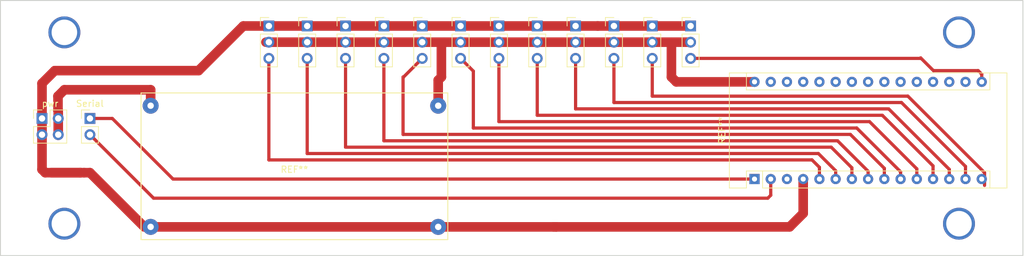
<source format=kicad_pcb>
(kicad_pcb (version 20171130) (host pcbnew 5.0.0)

  (general
    (thickness 1.6)
    (drawings 2)
    (tracks 103)
    (zones 0)
    (modules 16)
    (nets 1)
  )

  (page A4)
  (layers
    (0 F.Cu signal)
    (31 B.Cu signal)
    (32 B.Adhes user)
    (33 F.Adhes user)
    (34 B.Paste user)
    (35 F.Paste user)
    (36 B.SilkS user)
    (37 F.SilkS user)
    (38 B.Mask user)
    (39 F.Mask user)
    (40 Dwgs.User user)
    (41 Cmts.User user)
    (42 Eco1.User user)
    (43 Eco2.User user)
    (44 Edge.Cuts user)
    (45 Margin user)
    (46 B.CrtYd user)
    (47 F.CrtYd user)
    (48 B.Fab user)
    (49 F.Fab user)
  )

  (setup
    (last_trace_width 0.25)
    (user_trace_width 0.5)
    (user_trace_width 1.5)
    (trace_clearance 0.2)
    (zone_clearance 0.508)
    (zone_45_only no)
    (trace_min 0.2)
    (segment_width 0.2)
    (edge_width 0.15)
    (via_size 0.8)
    (via_drill 0.4)
    (via_min_size 0.4)
    (via_min_drill 0.3)
    (uvia_size 0.3)
    (uvia_drill 0.1)
    (uvias_allowed no)
    (uvia_min_size 0.2)
    (uvia_min_drill 0.1)
    (pcb_text_width 0.3)
    (pcb_text_size 1.5 1.5)
    (mod_edge_width 0.15)
    (mod_text_size 1 1)
    (mod_text_width 0.15)
    (pad_size 1.524 1.524)
    (pad_drill 0.762)
    (pad_to_mask_clearance 0.2)
    (aux_axis_origin 20 60)
    (visible_elements FFFFFF7F)
    (pcbplotparams
      (layerselection 0x01000_7fffffff)
      (usegerberextensions false)
      (usegerberattributes false)
      (usegerberadvancedattributes false)
      (creategerberjobfile false)
      (excludeedgelayer true)
      (linewidth 0.150000)
      (plotframeref false)
      (viasonmask false)
      (mode 1)
      (useauxorigin true)
      (hpglpennumber 1)
      (hpglpenspeed 20)
      (hpglpendiameter 15.000000)
      (psnegative false)
      (psa4output false)
      (plotreference true)
      (plotvalue true)
      (plotinvisibletext false)
      (padsonsilk false)
      (subtractmaskfromsilk false)
      (outputformat 1)
      (mirror false)
      (drillshape 0)
      (scaleselection 1)
      (outputdirectory ""))
  )

  (net 0 "")

  (net_class Default "This is the default net class."
    (clearance 0.2)
    (trace_width 0.25)
    (via_dia 0.8)
    (via_drill 0.4)
    (uvia_dia 0.3)
    (uvia_drill 0.1)
  )

  (module dcdc-buck (layer F.Cu) (tedit 5BBF0D43) (tstamp 5BBF0CDB)
    (at 66 46)
    (fp_text reference REF** (at 0 0.5) (layer F.SilkS)
      (effects (font (size 1 1) (thickness 0.15)))
    )
    (fp_text value dcdc-buck (at 0 -0.5) (layer F.Fab)
      (effects (font (size 1 1) (thickness 0.15)))
    )
    (fp_line (start -24 11.5) (end -24 -11.5) (layer F.SilkS) (width 0.15))
    (fp_line (start 24 11.5) (end -24 11.5) (layer F.SilkS) (width 0.15))
    (fp_line (start 24 -11.5) (end 24 11.5) (layer F.SilkS) (width 0.15))
    (fp_line (start -24 -11.5) (end 24 -11.5) (layer F.SilkS) (width 0.15))
    (pad 4 thru_hole circle (at 22.5 -9.5) (size 2.5 2.5) (drill 1) (layers *.Cu *.Mask))
    (pad 3 thru_hole circle (at 22.5 9.5) (size 2.5 2.5) (drill 1) (layers *.Cu *.Mask))
    (pad 2 thru_hole circle (at -22.5 9.5) (size 2.5 2.5) (drill 1) (layers *.Cu *.Mask))
    (pad 1 thru_hole circle (at -22.5 -9.5) (size 2.5 2.5) (drill 1) (layers *.Cu *.Mask))
  )

  (module Pin_Headers:Pin_Header_Straight_1x03_Pitch2.54mm (layer F.Cu) (tedit 5BBF048D) (tstamp 5BBF07A1)
    (at 128 24)
    (descr "Through hole straight pin header, 1x03, 2.54mm pitch, single row")
    (tags "Through hole pin header THT 1x03 2.54mm single row")
    (fp_text reference "" (at 0 -2.33) (layer F.SilkS)
      (effects (font (size 1 1) (thickness 0.15)))
    )
    (fp_text value "" (at 0 7.41) (layer F.Fab)
      (effects (font (size 1 1) (thickness 0.15)))
    )
    (fp_line (start -0.635 -1.27) (end 1.27 -1.27) (layer F.Fab) (width 0.1))
    (fp_line (start 1.27 -1.27) (end 1.27 6.35) (layer F.Fab) (width 0.1))
    (fp_line (start 1.27 6.35) (end -1.27 6.35) (layer F.Fab) (width 0.1))
    (fp_line (start -1.27 6.35) (end -1.27 -0.635) (layer F.Fab) (width 0.1))
    (fp_line (start -1.27 -0.635) (end -0.635 -1.27) (layer F.Fab) (width 0.1))
    (fp_line (start -1.33 6.41) (end 1.33 6.41) (layer F.SilkS) (width 0.12))
    (fp_line (start -1.33 1.27) (end -1.33 6.41) (layer F.SilkS) (width 0.12))
    (fp_line (start 1.33 1.27) (end 1.33 6.41) (layer F.SilkS) (width 0.12))
    (fp_line (start -1.33 1.27) (end 1.33 1.27) (layer F.SilkS) (width 0.12))
    (fp_line (start -1.33 0) (end -1.33 -1.33) (layer F.SilkS) (width 0.12))
    (fp_line (start -1.33 -1.33) (end 0 -1.33) (layer F.SilkS) (width 0.12))
    (fp_line (start -1.8 -1.8) (end -1.8 6.85) (layer F.CrtYd) (width 0.05))
    (fp_line (start -1.8 6.85) (end 1.8 6.85) (layer F.CrtYd) (width 0.05))
    (fp_line (start 1.8 6.85) (end 1.8 -1.8) (layer F.CrtYd) (width 0.05))
    (fp_line (start 1.8 -1.8) (end -1.8 -1.8) (layer F.CrtYd) (width 0.05))
    (fp_text user %R (at 0 2.54 90) (layer F.Fab)
      (effects (font (size 1 1) (thickness 0.15)))
    )
    (pad 1 thru_hole rect (at 0 0) (size 1.7 1.7) (drill 1) (layers *.Cu *.Mask))
    (pad 2 thru_hole oval (at 0 2.54) (size 1.7 1.7) (drill 1) (layers *.Cu *.Mask))
    (pad 3 thru_hole oval (at 0 5.08) (size 1.7 1.7) (drill 1) (layers *.Cu *.Mask))
    (model ${KISYS3DMOD}/Pin_Headers.3dshapes/Pin_Header_Straight_1x03_Pitch2.54mm.wrl
      (at (xyz 0 0 0))
      (scale (xyz 1 1 1))
      (rotate (xyz 0 0 0))
    )
  )

  (module Pin_Headers:Pin_Header_Straight_1x03_Pitch2.54mm (layer F.Cu) (tedit 5BBF048D) (tstamp 5BBF0775)
    (at 122 24)
    (descr "Through hole straight pin header, 1x03, 2.54mm pitch, single row")
    (tags "Through hole pin header THT 1x03 2.54mm single row")
    (fp_text reference "" (at 0 -2.33) (layer F.SilkS)
      (effects (font (size 1 1) (thickness 0.15)))
    )
    (fp_text value "" (at 0 7.41) (layer F.Fab)
      (effects (font (size 1 1) (thickness 0.15)))
    )
    (fp_text user %R (at 0 2.54 90) (layer F.Fab)
      (effects (font (size 1 1) (thickness 0.15)))
    )
    (fp_line (start 1.8 -1.8) (end -1.8 -1.8) (layer F.CrtYd) (width 0.05))
    (fp_line (start 1.8 6.85) (end 1.8 -1.8) (layer F.CrtYd) (width 0.05))
    (fp_line (start -1.8 6.85) (end 1.8 6.85) (layer F.CrtYd) (width 0.05))
    (fp_line (start -1.8 -1.8) (end -1.8 6.85) (layer F.CrtYd) (width 0.05))
    (fp_line (start -1.33 -1.33) (end 0 -1.33) (layer F.SilkS) (width 0.12))
    (fp_line (start -1.33 0) (end -1.33 -1.33) (layer F.SilkS) (width 0.12))
    (fp_line (start -1.33 1.27) (end 1.33 1.27) (layer F.SilkS) (width 0.12))
    (fp_line (start 1.33 1.27) (end 1.33 6.41) (layer F.SilkS) (width 0.12))
    (fp_line (start -1.33 1.27) (end -1.33 6.41) (layer F.SilkS) (width 0.12))
    (fp_line (start -1.33 6.41) (end 1.33 6.41) (layer F.SilkS) (width 0.12))
    (fp_line (start -1.27 -0.635) (end -0.635 -1.27) (layer F.Fab) (width 0.1))
    (fp_line (start -1.27 6.35) (end -1.27 -0.635) (layer F.Fab) (width 0.1))
    (fp_line (start 1.27 6.35) (end -1.27 6.35) (layer F.Fab) (width 0.1))
    (fp_line (start 1.27 -1.27) (end 1.27 6.35) (layer F.Fab) (width 0.1))
    (fp_line (start -0.635 -1.27) (end 1.27 -1.27) (layer F.Fab) (width 0.1))
    (pad 3 thru_hole oval (at 0 5.08) (size 1.7 1.7) (drill 1) (layers *.Cu *.Mask))
    (pad 2 thru_hole oval (at 0 2.54) (size 1.7 1.7) (drill 1) (layers *.Cu *.Mask))
    (pad 1 thru_hole rect (at 0 0) (size 1.7 1.7) (drill 1) (layers *.Cu *.Mask))
    (model ${KISYS3DMOD}/Pin_Headers.3dshapes/Pin_Header_Straight_1x03_Pitch2.54mm.wrl
      (at (xyz 0 0 0))
      (scale (xyz 1 1 1))
      (rotate (xyz 0 0 0))
    )
  )

  (module Pin_Headers:Pin_Header_Straight_1x03_Pitch2.54mm (layer F.Cu) (tedit 5BBF048D) (tstamp 5BBF0749)
    (at 116 24)
    (descr "Through hole straight pin header, 1x03, 2.54mm pitch, single row")
    (tags "Through hole pin header THT 1x03 2.54mm single row")
    (fp_text reference "" (at 0 -2.33) (layer F.SilkS)
      (effects (font (size 1 1) (thickness 0.15)))
    )
    (fp_text value "" (at 0 7.41) (layer F.Fab)
      (effects (font (size 1 1) (thickness 0.15)))
    )
    (fp_line (start -0.635 -1.27) (end 1.27 -1.27) (layer F.Fab) (width 0.1))
    (fp_line (start 1.27 -1.27) (end 1.27 6.35) (layer F.Fab) (width 0.1))
    (fp_line (start 1.27 6.35) (end -1.27 6.35) (layer F.Fab) (width 0.1))
    (fp_line (start -1.27 6.35) (end -1.27 -0.635) (layer F.Fab) (width 0.1))
    (fp_line (start -1.27 -0.635) (end -0.635 -1.27) (layer F.Fab) (width 0.1))
    (fp_line (start -1.33 6.41) (end 1.33 6.41) (layer F.SilkS) (width 0.12))
    (fp_line (start -1.33 1.27) (end -1.33 6.41) (layer F.SilkS) (width 0.12))
    (fp_line (start 1.33 1.27) (end 1.33 6.41) (layer F.SilkS) (width 0.12))
    (fp_line (start -1.33 1.27) (end 1.33 1.27) (layer F.SilkS) (width 0.12))
    (fp_line (start -1.33 0) (end -1.33 -1.33) (layer F.SilkS) (width 0.12))
    (fp_line (start -1.33 -1.33) (end 0 -1.33) (layer F.SilkS) (width 0.12))
    (fp_line (start -1.8 -1.8) (end -1.8 6.85) (layer F.CrtYd) (width 0.05))
    (fp_line (start -1.8 6.85) (end 1.8 6.85) (layer F.CrtYd) (width 0.05))
    (fp_line (start 1.8 6.85) (end 1.8 -1.8) (layer F.CrtYd) (width 0.05))
    (fp_line (start 1.8 -1.8) (end -1.8 -1.8) (layer F.CrtYd) (width 0.05))
    (fp_text user %R (at 0 2.54 90) (layer F.Fab)
      (effects (font (size 1 1) (thickness 0.15)))
    )
    (pad 1 thru_hole rect (at 0 0) (size 1.7 1.7) (drill 1) (layers *.Cu *.Mask))
    (pad 2 thru_hole oval (at 0 2.54) (size 1.7 1.7) (drill 1) (layers *.Cu *.Mask))
    (pad 3 thru_hole oval (at 0 5.08) (size 1.7 1.7) (drill 1) (layers *.Cu *.Mask))
    (model ${KISYS3DMOD}/Pin_Headers.3dshapes/Pin_Header_Straight_1x03_Pitch2.54mm.wrl
      (at (xyz 0 0 0))
      (scale (xyz 1 1 1))
      (rotate (xyz 0 0 0))
    )
  )

  (module Pin_Headers:Pin_Header_Straight_1x03_Pitch2.54mm (layer F.Cu) (tedit 5BBF048D) (tstamp 5BBF06DA)
    (at 110 24)
    (descr "Through hole straight pin header, 1x03, 2.54mm pitch, single row")
    (tags "Through hole pin header THT 1x03 2.54mm single row")
    (fp_text reference "" (at 0 -2.33) (layer F.SilkS)
      (effects (font (size 1 1) (thickness 0.15)))
    )
    (fp_text value "" (at 0 7.41) (layer F.Fab)
      (effects (font (size 1 1) (thickness 0.15)))
    )
    (fp_text user %R (at 0 2.54 90) (layer F.Fab)
      (effects (font (size 1 1) (thickness 0.15)))
    )
    (fp_line (start 1.8 -1.8) (end -1.8 -1.8) (layer F.CrtYd) (width 0.05))
    (fp_line (start 1.8 6.85) (end 1.8 -1.8) (layer F.CrtYd) (width 0.05))
    (fp_line (start -1.8 6.85) (end 1.8 6.85) (layer F.CrtYd) (width 0.05))
    (fp_line (start -1.8 -1.8) (end -1.8 6.85) (layer F.CrtYd) (width 0.05))
    (fp_line (start -1.33 -1.33) (end 0 -1.33) (layer F.SilkS) (width 0.12))
    (fp_line (start -1.33 0) (end -1.33 -1.33) (layer F.SilkS) (width 0.12))
    (fp_line (start -1.33 1.27) (end 1.33 1.27) (layer F.SilkS) (width 0.12))
    (fp_line (start 1.33 1.27) (end 1.33 6.41) (layer F.SilkS) (width 0.12))
    (fp_line (start -1.33 1.27) (end -1.33 6.41) (layer F.SilkS) (width 0.12))
    (fp_line (start -1.33 6.41) (end 1.33 6.41) (layer F.SilkS) (width 0.12))
    (fp_line (start -1.27 -0.635) (end -0.635 -1.27) (layer F.Fab) (width 0.1))
    (fp_line (start -1.27 6.35) (end -1.27 -0.635) (layer F.Fab) (width 0.1))
    (fp_line (start 1.27 6.35) (end -1.27 6.35) (layer F.Fab) (width 0.1))
    (fp_line (start 1.27 -1.27) (end 1.27 6.35) (layer F.Fab) (width 0.1))
    (fp_line (start -0.635 -1.27) (end 1.27 -1.27) (layer F.Fab) (width 0.1))
    (pad 3 thru_hole oval (at 0 5.08) (size 1.7 1.7) (drill 1) (layers *.Cu *.Mask))
    (pad 2 thru_hole oval (at 0 2.54) (size 1.7 1.7) (drill 1) (layers *.Cu *.Mask))
    (pad 1 thru_hole rect (at 0 0) (size 1.7 1.7) (drill 1) (layers *.Cu *.Mask))
    (model ${KISYS3DMOD}/Pin_Headers.3dshapes/Pin_Header_Straight_1x03_Pitch2.54mm.wrl
      (at (xyz 0 0 0))
      (scale (xyz 1 1 1))
      (rotate (xyz 0 0 0))
    )
  )

  (module Pin_Headers:Pin_Header_Straight_1x03_Pitch2.54mm (layer F.Cu) (tedit 5BBF048D) (tstamp 5BBF06AE)
    (at 104 24)
    (descr "Through hole straight pin header, 1x03, 2.54mm pitch, single row")
    (tags "Through hole pin header THT 1x03 2.54mm single row")
    (fp_text reference "" (at 0 -2.33) (layer F.SilkS)
      (effects (font (size 1 1) (thickness 0.15)))
    )
    (fp_text value "" (at 0 7.41) (layer F.Fab)
      (effects (font (size 1 1) (thickness 0.15)))
    )
    (fp_line (start -0.635 -1.27) (end 1.27 -1.27) (layer F.Fab) (width 0.1))
    (fp_line (start 1.27 -1.27) (end 1.27 6.35) (layer F.Fab) (width 0.1))
    (fp_line (start 1.27 6.35) (end -1.27 6.35) (layer F.Fab) (width 0.1))
    (fp_line (start -1.27 6.35) (end -1.27 -0.635) (layer F.Fab) (width 0.1))
    (fp_line (start -1.27 -0.635) (end -0.635 -1.27) (layer F.Fab) (width 0.1))
    (fp_line (start -1.33 6.41) (end 1.33 6.41) (layer F.SilkS) (width 0.12))
    (fp_line (start -1.33 1.27) (end -1.33 6.41) (layer F.SilkS) (width 0.12))
    (fp_line (start 1.33 1.27) (end 1.33 6.41) (layer F.SilkS) (width 0.12))
    (fp_line (start -1.33 1.27) (end 1.33 1.27) (layer F.SilkS) (width 0.12))
    (fp_line (start -1.33 0) (end -1.33 -1.33) (layer F.SilkS) (width 0.12))
    (fp_line (start -1.33 -1.33) (end 0 -1.33) (layer F.SilkS) (width 0.12))
    (fp_line (start -1.8 -1.8) (end -1.8 6.85) (layer F.CrtYd) (width 0.05))
    (fp_line (start -1.8 6.85) (end 1.8 6.85) (layer F.CrtYd) (width 0.05))
    (fp_line (start 1.8 6.85) (end 1.8 -1.8) (layer F.CrtYd) (width 0.05))
    (fp_line (start 1.8 -1.8) (end -1.8 -1.8) (layer F.CrtYd) (width 0.05))
    (fp_text user %R (at 0 2.54 90) (layer F.Fab)
      (effects (font (size 1 1) (thickness 0.15)))
    )
    (pad 1 thru_hole rect (at 0 0) (size 1.7 1.7) (drill 1) (layers *.Cu *.Mask))
    (pad 2 thru_hole oval (at 0 2.54) (size 1.7 1.7) (drill 1) (layers *.Cu *.Mask))
    (pad 3 thru_hole oval (at 0 5.08) (size 1.7 1.7) (drill 1) (layers *.Cu *.Mask))
    (model ${KISYS3DMOD}/Pin_Headers.3dshapes/Pin_Header_Straight_1x03_Pitch2.54mm.wrl
      (at (xyz 0 0 0))
      (scale (xyz 1 1 1))
      (rotate (xyz 0 0 0))
    )
  )

  (module Pin_Headers:Pin_Header_Straight_1x03_Pitch2.54mm (layer F.Cu) (tedit 5BBF048D) (tstamp 5BBF0682)
    (at 98 24)
    (descr "Through hole straight pin header, 1x03, 2.54mm pitch, single row")
    (tags "Through hole pin header THT 1x03 2.54mm single row")
    (fp_text reference "" (at 0 -2.33) (layer F.SilkS)
      (effects (font (size 1 1) (thickness 0.15)))
    )
    (fp_text value "" (at 0 7.41) (layer F.Fab)
      (effects (font (size 1 1) (thickness 0.15)))
    )
    (fp_text user %R (at 0 2.54 90) (layer F.Fab)
      (effects (font (size 1 1) (thickness 0.15)))
    )
    (fp_line (start 1.8 -1.8) (end -1.8 -1.8) (layer F.CrtYd) (width 0.05))
    (fp_line (start 1.8 6.85) (end 1.8 -1.8) (layer F.CrtYd) (width 0.05))
    (fp_line (start -1.8 6.85) (end 1.8 6.85) (layer F.CrtYd) (width 0.05))
    (fp_line (start -1.8 -1.8) (end -1.8 6.85) (layer F.CrtYd) (width 0.05))
    (fp_line (start -1.33 -1.33) (end 0 -1.33) (layer F.SilkS) (width 0.12))
    (fp_line (start -1.33 0) (end -1.33 -1.33) (layer F.SilkS) (width 0.12))
    (fp_line (start -1.33 1.27) (end 1.33 1.27) (layer F.SilkS) (width 0.12))
    (fp_line (start 1.33 1.27) (end 1.33 6.41) (layer F.SilkS) (width 0.12))
    (fp_line (start -1.33 1.27) (end -1.33 6.41) (layer F.SilkS) (width 0.12))
    (fp_line (start -1.33 6.41) (end 1.33 6.41) (layer F.SilkS) (width 0.12))
    (fp_line (start -1.27 -0.635) (end -0.635 -1.27) (layer F.Fab) (width 0.1))
    (fp_line (start -1.27 6.35) (end -1.27 -0.635) (layer F.Fab) (width 0.1))
    (fp_line (start 1.27 6.35) (end -1.27 6.35) (layer F.Fab) (width 0.1))
    (fp_line (start 1.27 -1.27) (end 1.27 6.35) (layer F.Fab) (width 0.1))
    (fp_line (start -0.635 -1.27) (end 1.27 -1.27) (layer F.Fab) (width 0.1))
    (pad 3 thru_hole oval (at 0 5.08) (size 1.7 1.7) (drill 1) (layers *.Cu *.Mask))
    (pad 2 thru_hole oval (at 0 2.54) (size 1.7 1.7) (drill 1) (layers *.Cu *.Mask))
    (pad 1 thru_hole rect (at 0 0) (size 1.7 1.7) (drill 1) (layers *.Cu *.Mask))
    (model ${KISYS3DMOD}/Pin_Headers.3dshapes/Pin_Header_Straight_1x03_Pitch2.54mm.wrl
      (at (xyz 0 0 0))
      (scale (xyz 1 1 1))
      (rotate (xyz 0 0 0))
    )
  )

  (module Pin_Headers:Pin_Header_Straight_1x03_Pitch2.54mm (layer F.Cu) (tedit 5BBF048D) (tstamp 5BBF0656)
    (at 92 24)
    (descr "Through hole straight pin header, 1x03, 2.54mm pitch, single row")
    (tags "Through hole pin header THT 1x03 2.54mm single row")
    (fp_text reference "" (at 0 -2.33) (layer F.SilkS)
      (effects (font (size 1 1) (thickness 0.15)))
    )
    (fp_text value "" (at 0 7.41) (layer F.Fab)
      (effects (font (size 1 1) (thickness 0.15)))
    )
    (fp_line (start -0.635 -1.27) (end 1.27 -1.27) (layer F.Fab) (width 0.1))
    (fp_line (start 1.27 -1.27) (end 1.27 6.35) (layer F.Fab) (width 0.1))
    (fp_line (start 1.27 6.35) (end -1.27 6.35) (layer F.Fab) (width 0.1))
    (fp_line (start -1.27 6.35) (end -1.27 -0.635) (layer F.Fab) (width 0.1))
    (fp_line (start -1.27 -0.635) (end -0.635 -1.27) (layer F.Fab) (width 0.1))
    (fp_line (start -1.33 6.41) (end 1.33 6.41) (layer F.SilkS) (width 0.12))
    (fp_line (start -1.33 1.27) (end -1.33 6.41) (layer F.SilkS) (width 0.12))
    (fp_line (start 1.33 1.27) (end 1.33 6.41) (layer F.SilkS) (width 0.12))
    (fp_line (start -1.33 1.27) (end 1.33 1.27) (layer F.SilkS) (width 0.12))
    (fp_line (start -1.33 0) (end -1.33 -1.33) (layer F.SilkS) (width 0.12))
    (fp_line (start -1.33 -1.33) (end 0 -1.33) (layer F.SilkS) (width 0.12))
    (fp_line (start -1.8 -1.8) (end -1.8 6.85) (layer F.CrtYd) (width 0.05))
    (fp_line (start -1.8 6.85) (end 1.8 6.85) (layer F.CrtYd) (width 0.05))
    (fp_line (start 1.8 6.85) (end 1.8 -1.8) (layer F.CrtYd) (width 0.05))
    (fp_line (start 1.8 -1.8) (end -1.8 -1.8) (layer F.CrtYd) (width 0.05))
    (fp_text user %R (at 0 2.54 90) (layer F.Fab)
      (effects (font (size 1 1) (thickness 0.15)))
    )
    (pad 1 thru_hole rect (at 0 0) (size 1.7 1.7) (drill 1) (layers *.Cu *.Mask))
    (pad 2 thru_hole oval (at 0 2.54) (size 1.7 1.7) (drill 1) (layers *.Cu *.Mask))
    (pad 3 thru_hole oval (at 0 5.08) (size 1.7 1.7) (drill 1) (layers *.Cu *.Mask))
    (model ${KISYS3DMOD}/Pin_Headers.3dshapes/Pin_Header_Straight_1x03_Pitch2.54mm.wrl
      (at (xyz 0 0 0))
      (scale (xyz 1 1 1))
      (rotate (xyz 0 0 0))
    )
  )

  (module Pin_Headers:Pin_Header_Straight_1x03_Pitch2.54mm (layer F.Cu) (tedit 5BBF048D) (tstamp 5BBF062A)
    (at 86 24)
    (descr "Through hole straight pin header, 1x03, 2.54mm pitch, single row")
    (tags "Through hole pin header THT 1x03 2.54mm single row")
    (fp_text reference "" (at 0 -2.33) (layer F.SilkS)
      (effects (font (size 1 1) (thickness 0.15)))
    )
    (fp_text value "" (at 0 7.41) (layer F.Fab)
      (effects (font (size 1 1) (thickness 0.15)))
    )
    (fp_text user %R (at 0 2.54 90) (layer F.Fab)
      (effects (font (size 1 1) (thickness 0.15)))
    )
    (fp_line (start 1.8 -1.8) (end -1.8 -1.8) (layer F.CrtYd) (width 0.05))
    (fp_line (start 1.8 6.85) (end 1.8 -1.8) (layer F.CrtYd) (width 0.05))
    (fp_line (start -1.8 6.85) (end 1.8 6.85) (layer F.CrtYd) (width 0.05))
    (fp_line (start -1.8 -1.8) (end -1.8 6.85) (layer F.CrtYd) (width 0.05))
    (fp_line (start -1.33 -1.33) (end 0 -1.33) (layer F.SilkS) (width 0.12))
    (fp_line (start -1.33 0) (end -1.33 -1.33) (layer F.SilkS) (width 0.12))
    (fp_line (start -1.33 1.27) (end 1.33 1.27) (layer F.SilkS) (width 0.12))
    (fp_line (start 1.33 1.27) (end 1.33 6.41) (layer F.SilkS) (width 0.12))
    (fp_line (start -1.33 1.27) (end -1.33 6.41) (layer F.SilkS) (width 0.12))
    (fp_line (start -1.33 6.41) (end 1.33 6.41) (layer F.SilkS) (width 0.12))
    (fp_line (start -1.27 -0.635) (end -0.635 -1.27) (layer F.Fab) (width 0.1))
    (fp_line (start -1.27 6.35) (end -1.27 -0.635) (layer F.Fab) (width 0.1))
    (fp_line (start 1.27 6.35) (end -1.27 6.35) (layer F.Fab) (width 0.1))
    (fp_line (start 1.27 -1.27) (end 1.27 6.35) (layer F.Fab) (width 0.1))
    (fp_line (start -0.635 -1.27) (end 1.27 -1.27) (layer F.Fab) (width 0.1))
    (pad 3 thru_hole oval (at 0 5.08) (size 1.7 1.7) (drill 1) (layers *.Cu *.Mask))
    (pad 2 thru_hole oval (at 0 2.54) (size 1.7 1.7) (drill 1) (layers *.Cu *.Mask))
    (pad 1 thru_hole rect (at 0 0) (size 1.7 1.7) (drill 1) (layers *.Cu *.Mask))
    (model ${KISYS3DMOD}/Pin_Headers.3dshapes/Pin_Header_Straight_1x03_Pitch2.54mm.wrl
      (at (xyz 0 0 0))
      (scale (xyz 1 1 1))
      (rotate (xyz 0 0 0))
    )
  )

  (module Pin_Headers:Pin_Header_Straight_1x03_Pitch2.54mm (layer F.Cu) (tedit 5BBF048D) (tstamp 5BBF05FE)
    (at 80 24)
    (descr "Through hole straight pin header, 1x03, 2.54mm pitch, single row")
    (tags "Through hole pin header THT 1x03 2.54mm single row")
    (fp_text reference "" (at 0 -2.33) (layer F.SilkS)
      (effects (font (size 1 1) (thickness 0.15)))
    )
    (fp_text value "" (at 0 7.41) (layer F.Fab)
      (effects (font (size 1 1) (thickness 0.15)))
    )
    (fp_line (start -0.635 -1.27) (end 1.27 -1.27) (layer F.Fab) (width 0.1))
    (fp_line (start 1.27 -1.27) (end 1.27 6.35) (layer F.Fab) (width 0.1))
    (fp_line (start 1.27 6.35) (end -1.27 6.35) (layer F.Fab) (width 0.1))
    (fp_line (start -1.27 6.35) (end -1.27 -0.635) (layer F.Fab) (width 0.1))
    (fp_line (start -1.27 -0.635) (end -0.635 -1.27) (layer F.Fab) (width 0.1))
    (fp_line (start -1.33 6.41) (end 1.33 6.41) (layer F.SilkS) (width 0.12))
    (fp_line (start -1.33 1.27) (end -1.33 6.41) (layer F.SilkS) (width 0.12))
    (fp_line (start 1.33 1.27) (end 1.33 6.41) (layer F.SilkS) (width 0.12))
    (fp_line (start -1.33 1.27) (end 1.33 1.27) (layer F.SilkS) (width 0.12))
    (fp_line (start -1.33 0) (end -1.33 -1.33) (layer F.SilkS) (width 0.12))
    (fp_line (start -1.33 -1.33) (end 0 -1.33) (layer F.SilkS) (width 0.12))
    (fp_line (start -1.8 -1.8) (end -1.8 6.85) (layer F.CrtYd) (width 0.05))
    (fp_line (start -1.8 6.85) (end 1.8 6.85) (layer F.CrtYd) (width 0.05))
    (fp_line (start 1.8 6.85) (end 1.8 -1.8) (layer F.CrtYd) (width 0.05))
    (fp_line (start 1.8 -1.8) (end -1.8 -1.8) (layer F.CrtYd) (width 0.05))
    (fp_text user %R (at 0 2.54 90) (layer F.Fab)
      (effects (font (size 1 1) (thickness 0.15)))
    )
    (pad 1 thru_hole rect (at 0 0) (size 1.7 1.7) (drill 1) (layers *.Cu *.Mask))
    (pad 2 thru_hole oval (at 0 2.54) (size 1.7 1.7) (drill 1) (layers *.Cu *.Mask))
    (pad 3 thru_hole oval (at 0 5.08) (size 1.7 1.7) (drill 1) (layers *.Cu *.Mask))
    (model ${KISYS3DMOD}/Pin_Headers.3dshapes/Pin_Header_Straight_1x03_Pitch2.54mm.wrl
      (at (xyz 0 0 0))
      (scale (xyz 1 1 1))
      (rotate (xyz 0 0 0))
    )
  )

  (module Pin_Headers:Pin_Header_Straight_1x03_Pitch2.54mm (layer F.Cu) (tedit 5BBF048D) (tstamp 5BBF05D2)
    (at 74 24)
    (descr "Through hole straight pin header, 1x03, 2.54mm pitch, single row")
    (tags "Through hole pin header THT 1x03 2.54mm single row")
    (fp_text reference "" (at 0 -2.33) (layer F.SilkS)
      (effects (font (size 1 1) (thickness 0.15)))
    )
    (fp_text value "" (at 0 7.41) (layer F.Fab)
      (effects (font (size 1 1) (thickness 0.15)))
    )
    (fp_text user %R (at 0 2.54 90) (layer F.Fab)
      (effects (font (size 1 1) (thickness 0.15)))
    )
    (fp_line (start 1.8 -1.8) (end -1.8 -1.8) (layer F.CrtYd) (width 0.05))
    (fp_line (start 1.8 6.85) (end 1.8 -1.8) (layer F.CrtYd) (width 0.05))
    (fp_line (start -1.8 6.85) (end 1.8 6.85) (layer F.CrtYd) (width 0.05))
    (fp_line (start -1.8 -1.8) (end -1.8 6.85) (layer F.CrtYd) (width 0.05))
    (fp_line (start -1.33 -1.33) (end 0 -1.33) (layer F.SilkS) (width 0.12))
    (fp_line (start -1.33 0) (end -1.33 -1.33) (layer F.SilkS) (width 0.12))
    (fp_line (start -1.33 1.27) (end 1.33 1.27) (layer F.SilkS) (width 0.12))
    (fp_line (start 1.33 1.27) (end 1.33 6.41) (layer F.SilkS) (width 0.12))
    (fp_line (start -1.33 1.27) (end -1.33 6.41) (layer F.SilkS) (width 0.12))
    (fp_line (start -1.33 6.41) (end 1.33 6.41) (layer F.SilkS) (width 0.12))
    (fp_line (start -1.27 -0.635) (end -0.635 -1.27) (layer F.Fab) (width 0.1))
    (fp_line (start -1.27 6.35) (end -1.27 -0.635) (layer F.Fab) (width 0.1))
    (fp_line (start 1.27 6.35) (end -1.27 6.35) (layer F.Fab) (width 0.1))
    (fp_line (start 1.27 -1.27) (end 1.27 6.35) (layer F.Fab) (width 0.1))
    (fp_line (start -0.635 -1.27) (end 1.27 -1.27) (layer F.Fab) (width 0.1))
    (pad 3 thru_hole oval (at 0 5.08) (size 1.7 1.7) (drill 1) (layers *.Cu *.Mask))
    (pad 2 thru_hole oval (at 0 2.54) (size 1.7 1.7) (drill 1) (layers *.Cu *.Mask))
    (pad 1 thru_hole rect (at 0 0) (size 1.7 1.7) (drill 1) (layers *.Cu *.Mask))
    (model ${KISYS3DMOD}/Pin_Headers.3dshapes/Pin_Header_Straight_1x03_Pitch2.54mm.wrl
      (at (xyz 0 0 0))
      (scale (xyz 1 1 1))
      (rotate (xyz 0 0 0))
    )
  )

  (module Pin_Headers:Pin_Header_Straight_1x03_Pitch2.54mm (layer F.Cu) (tedit 5BBF048D) (tstamp 5BBF05A6)
    (at 68 24)
    (descr "Through hole straight pin header, 1x03, 2.54mm pitch, single row")
    (tags "Through hole pin header THT 1x03 2.54mm single row")
    (fp_text reference "" (at 0 -2.33) (layer F.SilkS)
      (effects (font (size 1 1) (thickness 0.15)))
    )
    (fp_text value "" (at 0 7.41) (layer F.Fab)
      (effects (font (size 1 1) (thickness 0.15)))
    )
    (fp_line (start -0.635 -1.27) (end 1.27 -1.27) (layer F.Fab) (width 0.1))
    (fp_line (start 1.27 -1.27) (end 1.27 6.35) (layer F.Fab) (width 0.1))
    (fp_line (start 1.27 6.35) (end -1.27 6.35) (layer F.Fab) (width 0.1))
    (fp_line (start -1.27 6.35) (end -1.27 -0.635) (layer F.Fab) (width 0.1))
    (fp_line (start -1.27 -0.635) (end -0.635 -1.27) (layer F.Fab) (width 0.1))
    (fp_line (start -1.33 6.41) (end 1.33 6.41) (layer F.SilkS) (width 0.12))
    (fp_line (start -1.33 1.27) (end -1.33 6.41) (layer F.SilkS) (width 0.12))
    (fp_line (start 1.33 1.27) (end 1.33 6.41) (layer F.SilkS) (width 0.12))
    (fp_line (start -1.33 1.27) (end 1.33 1.27) (layer F.SilkS) (width 0.12))
    (fp_line (start -1.33 0) (end -1.33 -1.33) (layer F.SilkS) (width 0.12))
    (fp_line (start -1.33 -1.33) (end 0 -1.33) (layer F.SilkS) (width 0.12))
    (fp_line (start -1.8 -1.8) (end -1.8 6.85) (layer F.CrtYd) (width 0.05))
    (fp_line (start -1.8 6.85) (end 1.8 6.85) (layer F.CrtYd) (width 0.05))
    (fp_line (start 1.8 6.85) (end 1.8 -1.8) (layer F.CrtYd) (width 0.05))
    (fp_line (start 1.8 -1.8) (end -1.8 -1.8) (layer F.CrtYd) (width 0.05))
    (fp_text user %R (at 0 2.54 90) (layer F.Fab)
      (effects (font (size 1 1) (thickness 0.15)))
    )
    (pad 1 thru_hole rect (at 0 0) (size 1.7 1.7) (drill 1) (layers *.Cu *.Mask))
    (pad 2 thru_hole oval (at 0 2.54) (size 1.7 1.7) (drill 1) (layers *.Cu *.Mask))
    (pad 3 thru_hole oval (at 0 5.08) (size 1.7 1.7) (drill 1) (layers *.Cu *.Mask))
    (model ${KISYS3DMOD}/Pin_Headers.3dshapes/Pin_Header_Straight_1x03_Pitch2.54mm.wrl
      (at (xyz 0 0 0))
      (scale (xyz 1 1 1))
      (rotate (xyz 0 0 0))
    )
  )

  (module Modules:Arduino_Nano (layer F.Cu) (tedit 58ACAF70) (tstamp 5BBF0419)
    (at 138 48 90)
    (descr "Arduino Nano, http://www.mouser.com/pdfdocs/Gravitech_Arduino_Nano3_0.pdf")
    (tags "Arduino Nano")
    (fp_text reference REF** (at 7.62 -5.08 90) (layer F.SilkS)
      (effects (font (size 1 1) (thickness 0.15)))
    )
    (fp_text value Arduino_Nano (at 8.89 19.05 180) (layer F.Fab)
      (effects (font (size 1 1) (thickness 0.15)))
    )
    (fp_line (start 16.75 42.16) (end -1.53 42.16) (layer F.CrtYd) (width 0.05))
    (fp_line (start 16.75 42.16) (end 16.75 -4.06) (layer F.CrtYd) (width 0.05))
    (fp_line (start -1.53 -4.06) (end -1.53 42.16) (layer F.CrtYd) (width 0.05))
    (fp_line (start -1.53 -4.06) (end 16.75 -4.06) (layer F.CrtYd) (width 0.05))
    (fp_line (start 16.51 -3.81) (end 16.51 39.37) (layer F.Fab) (width 0.1))
    (fp_line (start 0 -3.81) (end 16.51 -3.81) (layer F.Fab) (width 0.1))
    (fp_line (start -1.27 -2.54) (end 0 -3.81) (layer F.Fab) (width 0.1))
    (fp_line (start -1.27 39.37) (end -1.27 -2.54) (layer F.Fab) (width 0.1))
    (fp_line (start 16.51 39.37) (end -1.27 39.37) (layer F.Fab) (width 0.1))
    (fp_line (start 16.64 -3.94) (end -1.4 -3.94) (layer F.SilkS) (width 0.12))
    (fp_line (start 16.64 39.5) (end 16.64 -3.94) (layer F.SilkS) (width 0.12))
    (fp_line (start -1.4 39.5) (end 16.64 39.5) (layer F.SilkS) (width 0.12))
    (fp_line (start 3.81 41.91) (end 3.81 31.75) (layer F.Fab) (width 0.1))
    (fp_line (start 11.43 41.91) (end 3.81 41.91) (layer F.Fab) (width 0.1))
    (fp_line (start 11.43 31.75) (end 11.43 41.91) (layer F.Fab) (width 0.1))
    (fp_line (start 3.81 31.75) (end 11.43 31.75) (layer F.Fab) (width 0.1))
    (fp_line (start 1.27 36.83) (end -1.4 36.83) (layer F.SilkS) (width 0.12))
    (fp_line (start 1.27 1.27) (end 1.27 36.83) (layer F.SilkS) (width 0.12))
    (fp_line (start 1.27 1.27) (end -1.4 1.27) (layer F.SilkS) (width 0.12))
    (fp_line (start 13.97 36.83) (end 16.64 36.83) (layer F.SilkS) (width 0.12))
    (fp_line (start 13.97 -1.27) (end 13.97 36.83) (layer F.SilkS) (width 0.12))
    (fp_line (start 13.97 -1.27) (end 16.64 -1.27) (layer F.SilkS) (width 0.12))
    (fp_line (start -1.4 -3.94) (end -1.4 -1.27) (layer F.SilkS) (width 0.12))
    (fp_line (start -1.4 1.27) (end -1.4 39.5) (layer F.SilkS) (width 0.12))
    (fp_line (start 1.27 -1.27) (end -1.4 -1.27) (layer F.SilkS) (width 0.12))
    (fp_line (start 1.27 1.27) (end 1.27 -1.27) (layer F.SilkS) (width 0.12))
    (fp_text user %R (at 6.35 19.05 180) (layer F.Fab)
      (effects (font (size 1 1) (thickness 0.15)))
    )
    (pad 16 thru_hole oval (at 15.24 35.56 90) (size 1.6 1.6) (drill 0.8) (layers *.Cu *.Mask))
    (pad 15 thru_hole oval (at 0 35.56 90) (size 1.6 1.6) (drill 0.8) (layers *.Cu *.Mask))
    (pad 30 thru_hole oval (at 15.24 0 90) (size 1.6 1.6) (drill 0.8) (layers *.Cu *.Mask))
    (pad 14 thru_hole oval (at 0 33.02 90) (size 1.6 1.6) (drill 0.8) (layers *.Cu *.Mask))
    (pad 29 thru_hole oval (at 15.24 2.54 90) (size 1.6 1.6) (drill 0.8) (layers *.Cu *.Mask))
    (pad 13 thru_hole oval (at 0 30.48 90) (size 1.6 1.6) (drill 0.8) (layers *.Cu *.Mask))
    (pad 28 thru_hole oval (at 15.24 5.08 90) (size 1.6 1.6) (drill 0.8) (layers *.Cu *.Mask))
    (pad 12 thru_hole oval (at 0 27.94 90) (size 1.6 1.6) (drill 0.8) (layers *.Cu *.Mask))
    (pad 27 thru_hole oval (at 15.24 7.62 90) (size 1.6 1.6) (drill 0.8) (layers *.Cu *.Mask))
    (pad 11 thru_hole oval (at 0 25.4 90) (size 1.6 1.6) (drill 0.8) (layers *.Cu *.Mask))
    (pad 26 thru_hole oval (at 15.24 10.16 90) (size 1.6 1.6) (drill 0.8) (layers *.Cu *.Mask))
    (pad 10 thru_hole oval (at 0 22.86 90) (size 1.6 1.6) (drill 0.8) (layers *.Cu *.Mask))
    (pad 25 thru_hole oval (at 15.24 12.7 90) (size 1.6 1.6) (drill 0.8) (layers *.Cu *.Mask))
    (pad 9 thru_hole oval (at 0 20.32 90) (size 1.6 1.6) (drill 0.8) (layers *.Cu *.Mask))
    (pad 24 thru_hole oval (at 15.24 15.24 90) (size 1.6 1.6) (drill 0.8) (layers *.Cu *.Mask))
    (pad 8 thru_hole oval (at 0 17.78 90) (size 1.6 1.6) (drill 0.8) (layers *.Cu *.Mask))
    (pad 23 thru_hole oval (at 15.24 17.78 90) (size 1.6 1.6) (drill 0.8) (layers *.Cu *.Mask))
    (pad 7 thru_hole oval (at 0 15.24 90) (size 1.6 1.6) (drill 0.8) (layers *.Cu *.Mask))
    (pad 22 thru_hole oval (at 15.24 20.32 90) (size 1.6 1.6) (drill 0.8) (layers *.Cu *.Mask))
    (pad 6 thru_hole oval (at 0 12.7 90) (size 1.6 1.6) (drill 0.8) (layers *.Cu *.Mask))
    (pad 21 thru_hole oval (at 15.24 22.86 90) (size 1.6 1.6) (drill 0.8) (layers *.Cu *.Mask))
    (pad 5 thru_hole oval (at 0 10.16 90) (size 1.6 1.6) (drill 0.8) (layers *.Cu *.Mask))
    (pad 20 thru_hole oval (at 15.24 25.4 90) (size 1.6 1.6) (drill 0.8) (layers *.Cu *.Mask))
    (pad 4 thru_hole oval (at 0 7.62 90) (size 1.6 1.6) (drill 0.8) (layers *.Cu *.Mask))
    (pad 19 thru_hole oval (at 15.24 27.94 90) (size 1.6 1.6) (drill 0.8) (layers *.Cu *.Mask))
    (pad 3 thru_hole oval (at 0 5.08 90) (size 1.6 1.6) (drill 0.8) (layers *.Cu *.Mask))
    (pad 18 thru_hole oval (at 15.24 30.48 90) (size 1.6 1.6) (drill 0.8) (layers *.Cu *.Mask))
    (pad 2 thru_hole oval (at 0 2.54 90) (size 1.6 1.6) (drill 0.8) (layers *.Cu *.Mask))
    (pad 17 thru_hole oval (at 15.24 33.02 90) (size 1.6 1.6) (drill 0.8) (layers *.Cu *.Mask))
    (pad 1 thru_hole rect (at 0 0 90) (size 1.6 1.6) (drill 0.8) (layers *.Cu *.Mask))
  )

  (module Pin_Headers:Pin_Header_Straight_1x03_Pitch2.54mm (layer F.Cu) (tedit 5BBF048D) (tstamp 5BBF046B)
    (at 62 24)
    (descr "Through hole straight pin header, 1x03, 2.54mm pitch, single row")
    (tags "Through hole pin header THT 1x03 2.54mm single row")
    (fp_text reference "" (at 0 -2.33) (layer F.SilkS)
      (effects (font (size 1 1) (thickness 0.15)))
    )
    (fp_text value "" (at 0 7.41) (layer F.Fab)
      (effects (font (size 1 1) (thickness 0.15)))
    )
    (fp_text user %R (at 0 2.54 90) (layer F.Fab)
      (effects (font (size 1 1) (thickness 0.15)))
    )
    (fp_line (start 1.8 -1.8) (end -1.8 -1.8) (layer F.CrtYd) (width 0.05))
    (fp_line (start 1.8 6.85) (end 1.8 -1.8) (layer F.CrtYd) (width 0.05))
    (fp_line (start -1.8 6.85) (end 1.8 6.85) (layer F.CrtYd) (width 0.05))
    (fp_line (start -1.8 -1.8) (end -1.8 6.85) (layer F.CrtYd) (width 0.05))
    (fp_line (start -1.33 -1.33) (end 0 -1.33) (layer F.SilkS) (width 0.12))
    (fp_line (start -1.33 0) (end -1.33 -1.33) (layer F.SilkS) (width 0.12))
    (fp_line (start -1.33 1.27) (end 1.33 1.27) (layer F.SilkS) (width 0.12))
    (fp_line (start 1.33 1.27) (end 1.33 6.41) (layer F.SilkS) (width 0.12))
    (fp_line (start -1.33 1.27) (end -1.33 6.41) (layer F.SilkS) (width 0.12))
    (fp_line (start -1.33 6.41) (end 1.33 6.41) (layer F.SilkS) (width 0.12))
    (fp_line (start -1.27 -0.635) (end -0.635 -1.27) (layer F.Fab) (width 0.1))
    (fp_line (start -1.27 6.35) (end -1.27 -0.635) (layer F.Fab) (width 0.1))
    (fp_line (start 1.27 6.35) (end -1.27 6.35) (layer F.Fab) (width 0.1))
    (fp_line (start 1.27 -1.27) (end 1.27 6.35) (layer F.Fab) (width 0.1))
    (fp_line (start -0.635 -1.27) (end 1.27 -1.27) (layer F.Fab) (width 0.1))
    (pad 3 thru_hole oval (at 0 5.08) (size 1.7 1.7) (drill 1) (layers *.Cu *.Mask))
    (pad 2 thru_hole oval (at 0 2.54) (size 1.7 1.7) (drill 1) (layers *.Cu *.Mask))
    (pad 1 thru_hole rect (at 0 0) (size 1.7 1.7) (drill 1) (layers *.Cu *.Mask))
    (model ${KISYS3DMOD}/Pin_Headers.3dshapes/Pin_Header_Straight_1x03_Pitch2.54mm.wrl
      (at (xyz 0 0 0))
      (scale (xyz 1 1 1))
      (rotate (xyz 0 0 0))
    )
  )

  (module Pin_Headers:Pin_Header_Straight_2x02_Pitch2.54mm (layer F.Cu) (tedit 5BBF99FE) (tstamp 5BBF9B16)
    (at 26.5 38.5)
    (descr "Through hole straight pin header, 2x02, 2.54mm pitch, double rows")
    (tags "Through hole pin header THT 2x02 2.54mm double row")
    (fp_text reference pwr (at 1.27 -2.33) (layer F.SilkS)
      (effects (font (size 1 1) (thickness 0.15)))
    )
    (fp_text value "" (at 1.27 4.87) (layer F.Fab)
      (effects (font (size 1 1) (thickness 0.15)))
    )
    (fp_text user %R (at 1.27 1.27 90) (layer F.Fab)
      (effects (font (size 1 1) (thickness 0.15)))
    )
    (fp_line (start 4.35 -1.8) (end -1.8 -1.8) (layer F.CrtYd) (width 0.05))
    (fp_line (start 4.35 4.35) (end 4.35 -1.8) (layer F.CrtYd) (width 0.05))
    (fp_line (start -1.8 4.35) (end 4.35 4.35) (layer F.CrtYd) (width 0.05))
    (fp_line (start -1.8 -1.8) (end -1.8 4.35) (layer F.CrtYd) (width 0.05))
    (fp_line (start -1.33 -1.33) (end 0 -1.33) (layer F.SilkS) (width 0.12))
    (fp_line (start -1.33 0) (end -1.33 -1.33) (layer F.SilkS) (width 0.12))
    (fp_line (start 1.27 -1.33) (end 3.87 -1.33) (layer F.SilkS) (width 0.12))
    (fp_line (start 1.27 1.27) (end 1.27 -1.33) (layer F.SilkS) (width 0.12))
    (fp_line (start -1.33 1.27) (end 1.27 1.27) (layer F.SilkS) (width 0.12))
    (fp_line (start 3.87 -1.33) (end 3.87 3.87) (layer F.SilkS) (width 0.12))
    (fp_line (start -1.33 1.27) (end -1.33 3.87) (layer F.SilkS) (width 0.12))
    (fp_line (start -1.33 3.87) (end 3.87 3.87) (layer F.SilkS) (width 0.12))
    (fp_line (start -1.27 0) (end 0 -1.27) (layer F.Fab) (width 0.1))
    (fp_line (start -1.27 3.81) (end -1.27 0) (layer F.Fab) (width 0.1))
    (fp_line (start 3.81 3.81) (end -1.27 3.81) (layer F.Fab) (width 0.1))
    (fp_line (start 3.81 -1.27) (end 3.81 3.81) (layer F.Fab) (width 0.1))
    (fp_line (start 0 -1.27) (end 3.81 -1.27) (layer F.Fab) (width 0.1))
    (pad 4 thru_hole oval (at 2.54 2.54) (size 1.7 1.7) (drill 1) (layers *.Cu *.Mask))
    (pad 3 thru_hole oval (at 0 2.54) (size 1.7 1.7) (drill 1) (layers *.Cu *.Mask))
    (pad 2 thru_hole oval (at 2.54 0) (size 1.7 1.7) (drill 1) (layers *.Cu *.Mask))
    (pad 1 thru_hole rect (at 0 0) (size 1.7 1.7) (drill 1) (layers *.Cu *.Mask))
    (model ${KISYS3DMOD}/Pin_Headers.3dshapes/Pin_Header_Straight_2x02_Pitch2.54mm.wrl
      (at (xyz 0 0 0))
      (scale (xyz 1 1 1))
      (rotate (xyz 0 0 0))
    )
  )

  (module Pin_Headers:Pin_Header_Straight_1x02_Pitch2.54mm (layer F.Cu) (tedit 5BBF9AB6) (tstamp 5BBF9C6F)
    (at 34 38.5)
    (descr "Through hole straight pin header, 1x02, 2.54mm pitch, single row")
    (tags "Through hole pin header THT 1x02 2.54mm single row")
    (fp_text reference Serial (at 0 -2.33) (layer F.SilkS)
      (effects (font (size 1 1) (thickness 0.15)))
    )
    (fp_text value "" (at 0 4.87) (layer F.Fab)
      (effects (font (size 1 1) (thickness 0.15)))
    )
    (fp_text user %R (at 0 1.27 90) (layer F.Fab)
      (effects (font (size 1 1) (thickness 0.15)))
    )
    (fp_line (start 1.8 -1.8) (end -1.8 -1.8) (layer F.CrtYd) (width 0.05))
    (fp_line (start 1.8 4.35) (end 1.8 -1.8) (layer F.CrtYd) (width 0.05))
    (fp_line (start -1.8 4.35) (end 1.8 4.35) (layer F.CrtYd) (width 0.05))
    (fp_line (start -1.8 -1.8) (end -1.8 4.35) (layer F.CrtYd) (width 0.05))
    (fp_line (start -1.33 -1.33) (end 0 -1.33) (layer F.SilkS) (width 0.12))
    (fp_line (start -1.33 0) (end -1.33 -1.33) (layer F.SilkS) (width 0.12))
    (fp_line (start -1.33 1.27) (end 1.33 1.27) (layer F.SilkS) (width 0.12))
    (fp_line (start 1.33 1.27) (end 1.33 3.87) (layer F.SilkS) (width 0.12))
    (fp_line (start -1.33 1.27) (end -1.33 3.87) (layer F.SilkS) (width 0.12))
    (fp_line (start -1.33 3.87) (end 1.33 3.87) (layer F.SilkS) (width 0.12))
    (fp_line (start -1.27 -0.635) (end -0.635 -1.27) (layer F.Fab) (width 0.1))
    (fp_line (start -1.27 3.81) (end -1.27 -0.635) (layer F.Fab) (width 0.1))
    (fp_line (start 1.27 3.81) (end -1.27 3.81) (layer F.Fab) (width 0.1))
    (fp_line (start 1.27 -1.27) (end 1.27 3.81) (layer F.Fab) (width 0.1))
    (fp_line (start -0.635 -1.27) (end 1.27 -1.27) (layer F.Fab) (width 0.1))
    (pad 2 thru_hole oval (at 0 2.54) (size 1.7 1.7) (drill 1) (layers *.Cu *.Mask))
    (pad 1 thru_hole rect (at 0 0) (size 1.7 1.7) (drill 1) (layers *.Cu *.Mask))
    (model ${KISYS3DMOD}/Pin_Headers.3dshapes/Pin_Header_Straight_1x02_Pitch2.54mm.wrl
      (at (xyz 0 0 0))
      (scale (xyz 1 1 1))
      (rotate (xyz 0 0 0))
    )
  )

  (gr_circle (center 30 25) (end 30 26) (layer F.SilkS) (width 0.2))
  (gr_poly (pts (xy 20 20) (xy 180 20) (xy 180 60) (xy 20 60)) (layer Edge.Cuts) (width 0.15))

  (segment (start 145.62 53.38) (end 145.62 48) (width 1.5) (layer F.Cu) (net 0))
  (segment (start 143.5 55.5) (end 145.62 53.38) (width 1.5) (layer F.Cu) (net 0))
  (segment (start 34 47) (end 42.5 55.5) (width 1.5) (layer F.Cu) (net 0))
  (segment (start 33.08 47) (end 34 47) (width 1.5) (layer F.Cu) (net 0))
  (segment (start 89 27) (end 89.46 26.54) (width 1.5) (layer F.Cu) (net 0))
  (segment (start 89 32) (end 89 27) (width 1.5) (layer F.Cu) (net 0))
  (segment (start 89.46 26.54) (end 86 26.54) (width 1.5) (layer F.Cu) (net 0))
  (segment (start 86 26.54) (end 61.54 26.54) (width 1.5) (layer F.Cu) (net 0))
  (segment (start 42.5 55.5) (end 87.5 55.5) (width 1.5) (layer F.Cu) (net 0))
  (segment (start 106.5 55.5) (end 107 55.5) (width 1.5) (layer F.Cu) (net 0))
  (segment (start 87.5 55.5) (end 107 55.5) (width 1.5) (layer F.Cu) (net 0))
  (segment (start 107 55.5) (end 143.5 55.5) (width 1.5) (layer F.Cu) (net 0))
  (segment (start 148.16 48) (end 148.16 46.16) (width 0.5) (layer F.Cu) (net 0))
  (segment (start 148.16 46.16) (end 147 45) (width 0.5) (layer F.Cu) (net 0))
  (segment (start 147 45) (end 62 45) (width 0.5) (layer F.Cu) (net 0))
  (segment (start 62 45) (end 62 29.08) (width 0.5) (layer F.Cu) (net 0))
  (segment (start 150.7 48) (end 150.7 46.7) (width 0.5) (layer F.Cu) (net 0))
  (segment (start 150.7 46.7) (end 148 44) (width 0.5) (layer F.Cu) (net 0))
  (segment (start 148 44) (end 68 44) (width 0.5) (layer F.Cu) (net 0))
  (segment (start 68 44) (end 68 29.08) (width 0.5) (layer F.Cu) (net 0))
  (segment (start 153.24 48) (end 153.24 46.24) (width 0.5) (layer F.Cu) (net 0))
  (segment (start 153.24 46.24) (end 150 43) (width 0.5) (layer F.Cu) (net 0))
  (segment (start 150 43) (end 74 43) (width 0.5) (layer F.Cu) (net 0))
  (segment (start 74 43) (end 74 29.08) (width 0.5) (layer F.Cu) (net 0))
  (segment (start 155.78 48) (end 155.78 46.78) (width 0.5) (layer F.Cu) (net 0))
  (segment (start 155.78 46.78) (end 151 42) (width 0.5) (layer F.Cu) (net 0))
  (segment (start 151 42) (end 80 42) (width 0.5) (layer F.Cu) (net 0))
  (segment (start 80 42) (end 80 29.08) (width 0.5) (layer F.Cu) (net 0))
  (segment (start 158.32 48) (end 158.32 46.32) (width 0.5) (layer F.Cu) (net 0))
  (segment (start 158.32 46.32) (end 153 41) (width 0.5) (layer F.Cu) (net 0))
  (segment (start 153 41) (end 83 41) (width 0.5) (layer F.Cu) (net 0))
  (segment (start 83 41) (end 83 32) (width 0.5) (layer F.Cu) (net 0))
  (segment (start 83.08 32) (end 86 29.08) (width 0.5) (layer F.Cu) (net 0))
  (segment (start 83 32) (end 83.08 32) (width 0.5) (layer F.Cu) (net 0))
  (segment (start 160.86 48) (end 160.86 46.86) (width 0.5) (layer F.Cu) (net 0))
  (segment (start 160.86 46.86) (end 154 40) (width 0.5) (layer F.Cu) (net 0))
  (segment (start 154 40) (end 94 40) (width 0.5) (layer F.Cu) (net 0))
  (segment (start 94 31.08) (end 92 29.08) (width 0.5) (layer F.Cu) (net 0))
  (segment (start 94 40) (end 94 31.08) (width 0.5) (layer F.Cu) (net 0))
  (segment (start 163.4 48) (end 163.4 46.4) (width 0.5) (layer F.Cu) (net 0))
  (segment (start 163.4 46.4) (end 156 39) (width 0.5) (layer F.Cu) (net 0))
  (segment (start 156 39) (end 98 39) (width 0.5) (layer F.Cu) (net 0))
  (segment (start 98 39) (end 98 29.08) (width 0.5) (layer F.Cu) (net 0))
  (segment (start 165.94 48) (end 165.94 45.94) (width 0.5) (layer F.Cu) (net 0))
  (segment (start 165.94 45.94) (end 158 38) (width 0.5) (layer F.Cu) (net 0))
  (segment (start 158 38) (end 104 38) (width 0.5) (layer F.Cu) (net 0))
  (segment (start 104 38) (end 104 29.08) (width 0.5) (layer F.Cu) (net 0))
  (segment (start 168.48 48) (end 168.48 46.48) (width 0.5) (layer F.Cu) (net 0))
  (segment (start 168.48 46.48) (end 159 37) (width 0.5) (layer F.Cu) (net 0))
  (segment (start 159 37) (end 110 37) (width 0.5) (layer F.Cu) (net 0))
  (segment (start 110 37) (end 110 29.08) (width 0.5) (layer F.Cu) (net 0))
  (segment (start 171.02 48) (end 171.02 46.02) (width 0.5) (layer F.Cu) (net 0))
  (segment (start 171.02 46.02) (end 161 36) (width 0.5) (layer F.Cu) (net 0))
  (segment (start 161 36) (end 116 36) (width 0.5) (layer F.Cu) (net 0))
  (segment (start 116 36) (end 116 29.08) (width 0.5) (layer F.Cu) (net 0))
  (segment (start 174 49) (end 174 47) (width 0.5) (layer F.Cu) (net 0))
  (segment (start 174 47) (end 162 35) (width 0.5) (layer F.Cu) (net 0))
  (segment (start 162 35) (end 122 35) (width 0.5) (layer F.Cu) (net 0))
  (segment (start 122 35) (end 122 29.08) (width 0.5) (layer F.Cu) (net 0))
  (segment (start 138 32.76) (end 125.76 32.76) (width 1.5) (layer F.Cu) (net 0))
  (segment (start 125 32) (end 125 26.54) (width 1.5) (layer F.Cu) (net 0))
  (segment (start 125.76 32.76) (end 125 32) (width 1.5) (layer F.Cu) (net 0))
  (segment (start 89.46 26.54) (end 125 26.54) (width 1.5) (layer F.Cu) (net 0))
  (segment (start 125 26.54) (end 128 26.54) (width 1.5) (layer F.Cu) (net 0))
  (segment (start 113.46 24) (end 128 24) (width 1.5) (layer F.Cu) (net 0))
  (segment (start 62 24) (end 113.46 24) (width 1.5) (layer F.Cu) (net 0))
  (segment (start 88.5 32.5) (end 89 32) (width 1.5) (layer F.Cu) (net 0))
  (segment (start 88.5 36.5) (end 88.5 32.5) (width 1.5) (layer F.Cu) (net 0))
  (via (at 170 25) (size 5) (drill 4) (layers F.Cu B.Cu) (net 0))
  (via (at 170 55) (size 5) (drill 4) (layers F.Cu B.Cu) (net 0))
  (via (at 30 55) (size 5) (drill 4) (layers F.Cu B.Cu) (net 0))
  (via (at 30 25) (size 5) (drill 4) (layers F.Cu B.Cu) (net 0))
  (segment (start 58 24) (end 62 24) (width 1.5) (layer F.Cu) (net 0))
  (segment (start 51 31) (end 58 24) (width 1.5) (layer F.Cu) (net 0))
  (segment (start 173.56 32.76) (end 173.56 31.56) (width 0.5) (layer F.Cu) (net 0))
  (segment (start 173.56 31.56) (end 173 31) (width 0.5) (layer F.Cu) (net 0))
  (segment (start 173 31) (end 166 31) (width 0.5) (layer F.Cu) (net 0))
  (segment (start 166 31) (end 164 29) (width 0.5) (layer F.Cu) (net 0))
  (segment (start 163.92 29.08) (end 128 29.08) (width 0.5) (layer F.Cu) (net 0))
  (segment (start 164 29) (end 163.92 29.08) (width 0.5) (layer F.Cu) (net 0))
  (segment (start 51 31) (end 28.5 31) (width 1.5) (layer F.Cu) (net 0))
  (segment (start 28.5 31) (end 26.5 33) (width 1.5) (layer F.Cu) (net 0))
  (segment (start 26.5 33) (end 26.5 38.5) (width 1.5) (layer F.Cu) (net 0))
  (segment (start 26.5 46.5) (end 27 47) (width 1.5) (layer F.Cu) (net 0))
  (segment (start 27 47) (end 32.5 47) (width 1.5) (layer F.Cu) (net 0))
  (segment (start 26.5 41.04) (end 26.5 46.5) (width 1.5) (layer F.Cu) (net 0))
  (segment (start 28 47) (end 32.5 47) (width 1.5) (layer F.Cu) (net 0))
  (segment (start 32.5 47) (end 33.08 47) (width 1.5) (layer F.Cu) (net 0))
  (segment (start 26.5 41.04) (end 26.5 38.5) (width 1.5) (layer F.Cu) (net 0))
  (segment (start 29.04 41.04) (end 29.04 38.5) (width 1.5) (layer F.Cu) (net 0))
  (segment (start 29 35) (end 30 34) (width 1.5) (layer F.Cu) (net 0))
  (segment (start 43.5 34) (end 43.5 36.5) (width 1.5) (layer F.Cu) (net 0))
  (segment (start 29 37.257919) (end 29 35) (width 1.5) (layer F.Cu) (net 0))
  (segment (start 29.04 38.5) (end 29.04 37.297919) (width 1.5) (layer F.Cu) (net 0))
  (segment (start 30 34) (end 43.5 34) (width 1.5) (layer F.Cu) (net 0))
  (segment (start 29.04 37.297919) (end 29 37.257919) (width 1.5) (layer F.Cu) (net 0))
  (segment (start 138 48) (end 47 48) (width 0.5) (layer F.Cu) (net 0))
  (segment (start 37.5 38.5) (end 34 38.5) (width 0.5) (layer F.Cu) (net 0))
  (segment (start 47 48) (end 37.5 38.5) (width 0.5) (layer F.Cu) (net 0))
  (segment (start 43.96 51) (end 34 41.04) (width 0.5) (layer F.Cu) (net 0))
  (segment (start 140.08 51) (end 43.96 51) (width 0.5) (layer F.Cu) (net 0))
  (segment (start 140.54 48) (end 140.54 50.54) (width 0.5) (layer F.Cu) (net 0))
  (segment (start 140.54 50.54) (end 140.08 51) (width 0.5) (layer F.Cu) (net 0))

)

</source>
